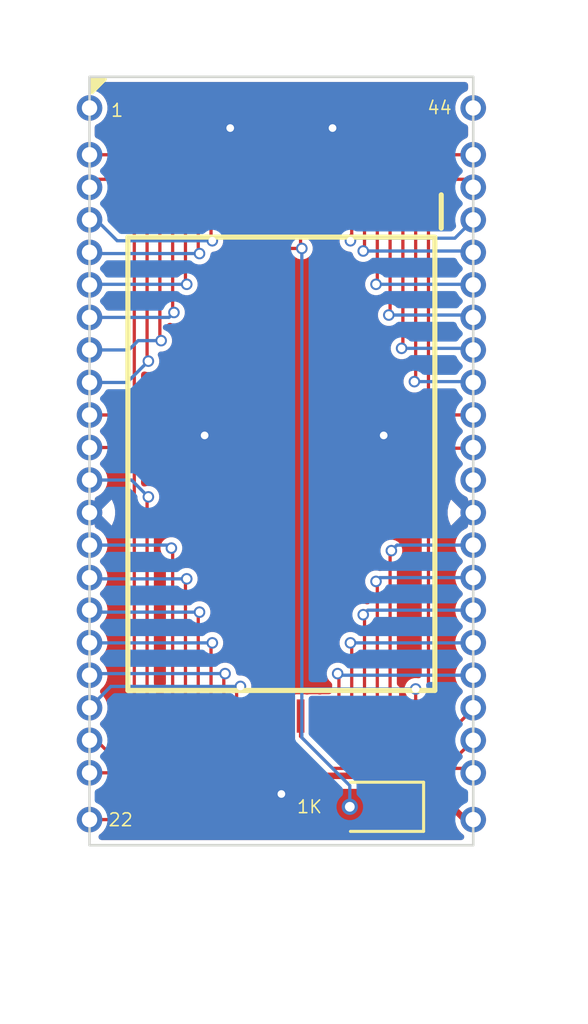
<source format=kicad_pcb>
(kicad_pcb (version 20241229) (generator "pcbnew") (generator_version "9.0")
  (title_block (title "XK-403 Maskrom TSOP48 Adapter") (date "2025-04-26"))
  (layers (0 "F.Cu" signal) (2 "B.Cu" signal) (13 "F.Paste" user) (15 "B.Paste" user) (5 "F.SilkS" user "F.Silkscreen") (7 "B.SilkS" user "B.Silkscreen") (1 "F.Mask" user) (3 "B.Mask" user) (25 "Edge.Cuts" user))
  (net 0 "")
  (net 2 "/A18")
  (net 3 "/A17")
  (net 4 "/A7")
  (net 5 "/A6")
  (net 6 "/A5")
  (net 7 "/A4")
  (net 8 "/A3")
  (net 9 "/A2")
  (net 10 "/A1")
  (net 11 "/A0")
  (net 12 "/OE")
  (net 13 "/A16")
  (net 14 "/A15")
  (net 16 "/CE")
  (net 17 "/BYTE")
  (net 18 "/GND")
  (net 19 "/VCC")
  (net 20 "/A14")
  (net 21 "/A13")
  (net 22 "/A12")
  (net 23 "/A11")
  (net 24 "/A10")
  (net 25 "/A9")
  (net 26 "/A8")
  (net 27 "/A19")
  (net 28 "/D0")
  (net 29 "/D8")
  (net 30 "/D1")
  (net 31 "/D9")
  (net 32 "/D2")
  (net 33 "/D10")
  (net 34 "/D3")
  (net 35 "/D11")
  (net 36 "/D4")
  (net 37 "/D12")
  (net 38 "/D5")
  (net 39 "/D13")
  (net 40 "/D6")
  (net 41 "/D14")
  (net 42 "/D7")
  (net 43 "/D15")
  (net 48 "Net-(IC2-BYTE#)")
  (footprint "LED_SMD:LED_0805_2012Metric_Pad1.15x1.40mm_HandSolder" (layer "F.Cu") (at 149.7 106.5 180)
    (property "Reference" "R1")
    (property "Value" "1K" (at 2.6 0 0) (layer "F.SilkS") (effects (font (size 0.5 0.5) (thickness 0.0625))))
    (fp_line (start 1 -0.96) (end -1.86 -0.96) (stroke (width 0.12)) (layer "F.SilkS"))
    (fp_line (start -1.86 0.96) (end 1 0.96) (stroke (width 0.12)) (layer "F.SilkS"))
    (fp_line (start -1.86 -0.96) (end -1.86 0.96) (stroke (width 0.12)) (layer "F.SilkS"))
    (pad "1" smd roundrect (at -1.025 0 180) (size 1.15 1.4) (layers "F.Cu" "F.Mask" "F.Paste") (roundrect_rratio 0.217391) (net 19 "/VCC"))
    (pad "2" smd roundrect (at 1.025 0 180) (size 1.15 1.4) (layers "F.Cu" "F.Mask" "F.Paste") (roundrect_rratio 0.217391) (net 48 "Net-(IC2-BYTE#)"))
  )
  (footprint "LOOPY_M29F160:SOP50P2000X120-48N" (layer "F.Cu") (at 146 93.1075 -90)
    (property "Reference" "IC2")
    (property "Value" "M29F160FB5AN6F2" (hide yes))
    (fp_line (start -8.85 6) (end -8.85 -6) (stroke (width 0.2)) (layer "F.SilkS"))
    (fp_line (start 8.85 6) (end -8.85 6) (stroke (width 0.2)) (layer "F.SilkS"))
    (fp_line (start -8.85 -6) (end 8.85 -6) (stroke (width 0.2)) (layer "F.SilkS"))
    (fp_line (start 8.85 -6) (end 8.85 6) (stroke (width 0.2)) (layer "F.SilkS"))
    (fp_line (start -10.5 -6.25) (end -9.2 -6.25) (stroke (width 0.2)) (layer "F.SilkS"))
    (pad "1" smd rect (at -9.85 -5.75) (size 0.3 1.3) (layers "F.Cu" "F.Mask" "F.Paste") (net 14 "/A15"))
    (pad "2" smd rect (at -9.85 -5.25) (size 0.3 1.3) (layers "F.Cu" "F.Mask" "F.Paste") (net 20 "/A14"))
    (pad "3" smd rect (at -9.85 -4.75) (size 0.3 1.3) (layers "F.Cu" "F.Mask" "F.Paste") (net 21 "/A13"))
    (pad "4" smd rect (at -9.85 -4.25) (size 0.3 1.3) (layers "F.Cu" "F.Mask" "F.Paste") (net 22 "/A12"))
    (pad "5" smd rect (at -9.85 -3.75) (size 0.3 1.3) (layers "F.Cu" "F.Mask" "F.Paste") (net 23 "/A11"))
    (pad "6" smd rect (at -9.85 -3.25) (size 0.3 1.3) (layers "F.Cu" "F.Mask" "F.Paste") (net 24 "/A10"))
    (pad "7" smd rect (at -9.85 -2.75) (size 0.3 1.3) (layers "F.Cu" "F.Mask" "F.Paste") (net 25 "/A9"))
    (pad "8" smd rect (at -9.85 -2.25) (size 0.3 1.3) (layers "F.Cu" "F.Mask" "F.Paste") (net 26 "/A8"))
    (pad "9" smd rect (at -9.85 -1.75) (size 0.3 1.3) (layers "F.Cu" "F.Mask" "F.Paste") (net 27 "/A19"))
    (pad "10" smd rect (at -9.85 -1.25) (size 0.3 1.3) (layers "F.Cu" "F.Mask" "F.Paste"))
    (pad "11" smd rect (at -9.85 -0.75) (size 0.3 1.3) (layers "F.Cu" "F.Mask" "F.Paste") (net 48 "Net-(IC2-BYTE#)"))
    (pad "12" smd rect (at -9.85 -0.25) (size 0.3 1.3) (layers "F.Cu" "F.Mask" "F.Paste") (net 48 "Net-(IC2-BYTE#)"))
    (pad "13" smd rect (at -9.85 0.25) (size 0.3 1.3) (layers "F.Cu" "F.Mask" "F.Paste"))
    (pad "14" smd rect (at -9.85 0.75) (size 0.3 1.3) (layers "F.Cu" "F.Mask" "F.Paste"))
    (pad "15" smd rect (at -9.85 1.25) (size 0.3 1.3) (layers "F.Cu" "F.Mask" "F.Paste"))
    (pad "16" smd rect (at -9.85 1.75) (size 0.3 1.3) (layers "F.Cu" "F.Mask" "F.Paste") (net 2 "/A18"))
    (pad "17" smd rect (at -9.85 2.25) (size 0.3 1.3) (layers "F.Cu" "F.Mask" "F.Paste") (net 3 "/A17"))
    (pad "18" smd rect (at -9.85 2.75) (size 0.3 1.3) (layers "F.Cu" "F.Mask" "F.Paste") (net 4 "/A7"))
    (pad "19" smd rect (at -9.85 3.25) (size 0.3 1.3) (layers "F.Cu" "F.Mask" "F.Paste") (net 5 "/A6"))
    (pad "20" smd rect (at -9.85 3.75) (size 0.3 1.3) (layers "F.Cu" "F.Mask" "F.Paste") (net 6 "/A5"))
    (pad "21" smd rect (at -9.85 4.25) (size 0.3 1.3) (layers "F.Cu" "F.Mask" "F.Paste") (net 7 "/A4"))
    (pad "22" smd rect (at -9.85 4.75) (size 0.3 1.3) (layers "F.Cu" "F.Mask" "F.Paste") (net 8 "/A3"))
    (pad "23" smd rect (at -9.85 5.25) (size 0.3 1.3) (layers "F.Cu" "F.Mask" "F.Paste") (net 9 "/A2"))
    (pad "24" smd rect (at -9.85 5.75) (size 0.3 1.3) (layers "F.Cu" "F.Mask" "F.Paste") (net 10 "/A1"))
    (pad "25" smd rect (at 9.85 5.75) (size 0.3 1.3) (layers "F.Cu" "F.Mask" "F.Paste") (net 11 "/A0"))
    (pad "26" smd rect (at 9.85 5.25) (size 0.3 1.3) (layers "F.Cu" "F.Mask" "F.Paste") (net 16 "/CE"))
    (pad "27" smd rect (at 9.85 4.75) (size 0.3 1.3) (layers "F.Cu" "F.Mask" "F.Paste") (net 18 "/GND"))
    (pad "28" smd rect (at 9.85 4.25) (size 0.3 1.3) (layers "F.Cu" "F.Mask" "F.Paste") (net 12 "/OE"))
    (pad "29" smd rect (at 9.85 3.75) (size 0.3 1.3) (layers "F.Cu" "F.Mask" "F.Paste") (net 28 "/D0"))
    (pad "30" smd rect (at 9.85 3.25) (size 0.3 1.3) (layers "F.Cu" "F.Mask" "F.Paste") (net 29 "/D8"))
    (pad "31" smd rect (at 9.85 2.75) (size 0.3 1.3) (layers "F.Cu" "F.Mask" "F.Paste") (net 30 "/D1"))
    (pad "32" smd rect (at 9.85 2.25) (size 0.3 1.3) (layers "F.Cu" "F.Mask" "F.Paste") (net 31 "/D9"))
    (pad "33" smd rect (at 9.85 1.75) (size 0.3 1.3) (layers "F.Cu" "F.Mask" "F.Paste") (net 32 "/D2"))
    (pad "34" smd rect (at 9.85 1.25) (size 0.3 1.3) (layers "F.Cu" "F.Mask" "F.Paste") (net 33 "/D10"))
    (pad "35" smd rect (at 9.85 0.75) (size 0.3 1.3) (layers "F.Cu" "F.Mask" "F.Paste") (net 34 "/D3"))
    (pad "36" smd rect (at 9.85 0.25) (size 0.3 1.3) (layers "F.Cu" "F.Mask" "F.Paste") (net 35 "/D11"))
    (pad "37" smd rect (at 9.85 -0.25) (size 0.3 1.3) (layers "F.Cu" "F.Mask" "F.Paste") (net 19 "/VCC"))
    (pad "38" smd rect (at 9.85 -0.75) (size 0.3 1.3) (layers "F.Cu" "F.Mask" "F.Paste") (net 36 "/D4"))
    (pad "39" smd rect (at 9.85 -1.25) (size 0.3 1.3) (layers "F.Cu" "F.Mask" "F.Paste") (net 37 "/D12"))
    (pad "40" smd rect (at 9.85 -1.75) (size 0.3 1.3) (layers "F.Cu" "F.Mask" "F.Paste") (net 38 "/D5"))
    (pad "41" smd rect (at 9.85 -2.25) (size 0.3 1.3) (layers "F.Cu" "F.Mask" "F.Paste") (net 39 "/D13"))
    (pad "42" smd rect (at 9.85 -2.75) (size 0.3 1.3) (layers "F.Cu" "F.Mask" "F.Paste") (net 40 "/D6"))
    (pad "43" smd rect (at 9.85 -3.25) (size 0.3 1.3) (layers "F.Cu" "F.Mask" "F.Paste") (net 41 "/D14"))
    (pad "44" smd rect (at 9.85 -3.75) (size 0.3 1.3) (layers "F.Cu" "F.Mask" "F.Paste") (net 42 "/D7"))
    (pad "45" smd rect (at 9.85 -4.25) (size 0.3 1.3) (layers "F.Cu" "F.Mask" "F.Paste") (net 43 "/D15"))
    (pad "46" smd rect (at 9.85 -4.75) (size 0.3 1.3) (layers "F.Cu" "F.Mask" "F.Paste") (net 18 "/GND"))
    (pad "47" smd rect (at 9.85 -5.25) (size 0.3 1.3) (layers "F.Cu" "F.Mask" "F.Paste") (net 48 "Net-(IC2-BYTE#)"))
    (pad "48" smd rect (at 9.85 -5.75) (size 0.3 1.3) (layers "F.Cu" "F.Mask" "F.Paste") (net 13 "/A16"))
  )
  (footprint "LOOPY_Cart:LOOPY-SOIC-44" (layer "F.Cu") (at 146 93.1075 -90)
    (property "Reference" "IC1")
    (property "Value" "Maskrom")
    (pad "1" thru_hole circle (at -13.8925 7.5 270) (size 1 1) (drill 0.6) (layers "*.Cu" "*.Mask"))
    (pad "2" thru_hole circle (at -12.065 7.5 270) (size 1 1) (drill 0.6) (layers "*.Cu" "*.Mask") (net 2 "/A18"))
    (pad "3" thru_hole circle (at -10.795 7.5 270) (size 1 1) (drill 0.6) (layers "*.Cu" "*.Mask") (net 3 "/A17"))
    (pad "4" thru_hole circle (at -9.525 7.5 270) (size 1 1) (drill 0.6) (layers "*.Cu" "*.Mask") (net 4 "/A7"))
    (pad "5" thru_hole circle (at -8.255 7.5 270) (size 1 1) (drill 0.6) (layers "*.Cu" "*.Mask") (net 5 "/A6"))
    (pad "6" thru_hole circle (at -6.985 7.5 270) (size 1 1) (drill 0.6) (layers "*.Cu" "*.Mask") (net 6 "/A5"))
    (pad "7" thru_hole circle (at -5.715 7.5 270) (size 1 1) (drill 0.6) (layers "*.Cu" "*.Mask") (net 7 "/A4"))
    (pad "8" thru_hole circle (at -4.445 7.5 270) (size 1 1) (drill 0.6) (layers "*.Cu" "*.Mask") (net 8 "/A3"))
    (pad "9" thru_hole circle (at -3.175 7.5 270) (size 1 1) (drill 0.6) (layers "*.Cu" "*.Mask") (net 9 "/A2"))
    (pad "10" thru_hole circle (at -1.905 7.5 270) (size 1 1) (drill 0.6) (layers "*.Cu" "*.Mask") (net 10 "/A1"))
    (pad "11" thru_hole circle (at -0.635 7.5 270) (size 1 1) (drill 0.6) (layers "*.Cu" "*.Mask") (net 11 "/A0"))
    (pad "12" thru_hole circle (at 0.635 7.5 270) (size 1 1) (drill 0.6) (layers "*.Cu" "*.Mask") (net 16 "/CE"))
    (pad "13" thru_hole circle (at 1.905 7.5 270) (size 1 1) (drill 0.6) (layers "*.Cu" "*.Mask") (net 18 "/GND"))
    (pad "14" thru_hole circle (at 3.175 7.5 270) (size 1 1) (drill 0.6) (layers "*.Cu" "*.Mask") (net 12 "/OE"))
    (pad "15" thru_hole circle (at 4.445 7.5 270) (size 1 1) (drill 0.6) (layers "*.Cu" "*.Mask") (net 28 "/D0"))
    (pad "16" thru_hole circle (at 5.715 7.5 270) (size 1 1) (drill 0.6) (layers "*.Cu" "*.Mask") (net 29 "/D8"))
    (pad "17" thru_hole circle (at 6.985 7.5 270) (size 1 1) (drill 0.6) (layers "*.Cu" "*.Mask") (net 30 "/D1"))
    (pad "18" thru_hole circle (at 8.255 7.5 270) (size 1 1) (drill 0.6) (layers "*.Cu" "*.Mask") (net 31 "/D9"))
    (pad "19" thru_hole circle (at 9.525 7.5 270) (size 1 1) (drill 0.6) (layers "*.Cu" "*.Mask") (net 32 "/D2"))
    (pad "20" thru_hole circle (at 10.795 7.5 270) (size 1 1) (drill 0.6) (layers "*.Cu" "*.Mask") (net 33 "/D10"))
    (pad "21" thru_hole circle (at 12.065 7.5 270) (size 1 1) (drill 0.6) (layers "*.Cu" "*.Mask") (net 34 "/D3"))
    (pad "22" thru_hole circle (at 13.8925 7.5 270) (size 1 1) (drill 0.6) (layers "*.Cu" "*.Mask") (net 35 "/D11"))
    (pad "23" thru_hole circle (at 13.8925 -7.5 270) (size 1 1) (drill 0.6) (layers "*.Cu" "*.Mask") (net 19 "/VCC"))
    (pad "24" thru_hole circle (at 12.065 -7.5 270) (size 1 1) (drill 0.6) (layers "*.Cu" "*.Mask") (net 36 "/D4"))
    (pad "25" thru_hole circle (at 10.795 -7.5 270) (size 1 1) (drill 0.6) (layers "*.Cu" "*.Mask") (net 37 "/D12"))
    (pad "26" thru_hole circle (at 9.525 -7.5 270) (size 1 1) (drill 0.6) (layers "*.Cu" "*.Mask") (net 38 "/D5"))
    (pad "27" thru_hole circle (at 8.255 -7.5 270) (size 1 1) (drill 0.6) (layers "*.Cu" "*.Mask") (net 39 "/D13"))
    (pad "28" thru_hole circle (at 6.985 -7.5 270) (size 1 1) (drill 0.6) (layers "*.Cu" "*.Mask") (net 40 "/D6"))
    (pad "29" thru_hole circle (at 5.715 -7.5 270) (size 1 1) (drill 0.6) (layers "*.Cu" "*.Mask") (net 41 "/D14"))
    (pad "30" thru_hole circle (at 4.445 -7.5 270) (size 1 1) (drill 0.6) (layers "*.Cu" "*.Mask") (net 42 "/D7"))
    (pad "31" thru_hole circle (at 3.175 -7.5 270) (size 1 1) (drill 0.6) (layers "*.Cu" "*.Mask") (net 43 "/D15"))
    (pad "32" thru_hole circle (at 1.905 -7.5 270) (size 1 1) (drill 0.6) (layers "*.Cu" "*.Mask") (net 18 "/GND"))
    (pad "33" thru_hole circle (at 0.635 -7.5 270) (size 1 1) (drill 0.6) (layers "*.Cu" "*.Mask") (net 17 "/BYTE"))
    (pad "34" thru_hole circle (at -0.635 -7.5 270) (size 1 1) (drill 0.6) (layers "*.Cu" "*.Mask") (net 13 "/A16"))
    (pad "35" thru_hole circle (at -1.905 -7.5 270) (size 1 1) (drill 0.6) (layers "*.Cu" "*.Mask") (net 14 "/A15"))
    (pad "36" thru_hole circle (at -3.175 -7.5 270) (size 1 1) (drill 0.6) (layers "*.Cu" "*.Mask") (net 20 "/A14"))
    (pad "37" thru_hole circle (at -4.445 -7.5 270) (size 1 1) (drill 0.6) (layers "*.Cu" "*.Mask") (net 21 "/A13"))
    (pad "38" thru_hole circle (at -5.715 -7.5 270) (size 1 1) (drill 0.6) (layers "*.Cu" "*.Mask") (net 22 "/A12"))
    (pad "39" thru_hole circle (at -6.985 -7.5 270) (size 1 1) (drill 0.6) (layers "*.Cu" "*.Mask") (net 23 "/A11"))
    (pad "40" thru_hole circle (at -8.255 -7.5 270) (size 1 1) (drill 0.6) (layers "*.Cu" "*.Mask") (net 24 "/A10"))
    (pad "41" thru_hole circle (at -9.525 -7.5 270) (size 1 1) (drill 0.6) (layers "*.Cu" "*.Mask") (net 25 "/A9"))
    (pad "42" thru_hole circle (at -10.795 -7.5 270) (size 1 1) (drill 0.6) (layers "*.Cu" "*.Mask") (net 26 "/A8"))
    (pad "43" thru_hole circle (at -12.065 -7.5 270) (size 1 1) (drill 0.6) (layers "*.Cu" "*.Mask") (net 27 "/A19"))
    (pad "44" thru_hole circle (at -13.8925 -7.5 270) (size 1 1) (drill 0.6) (layers "*.Cu" "*.Mask"))
  )
  (gr_poly (pts (xy 138.6 78.1) (xy 138.6 78.6) (xy 139.1 78.1)) (stroke (width 0.1524)) (fill yes) (layer "F.SilkS"))
  (gr_rect (start 138.5 78) (end 153.5 108) (stroke (width 0.1)) (fill no) (layer "Edge.Cuts"))
  (gr_text "22" (at 139.2 107.3 0) (layer "F.SilkS") (effects (font (size 0.5 0.5) (thickness 0.0625)) (justify left bottom)))
  (gr_text "44" (at 152.7 79.5 0) (layer "F.SilkS") (effects (font (size 0.5 0.5) (thickness 0.0625)) (justify right bottom)))
  (gr_text "1" (at 139.3 79.6 0) (layer "F.SilkS") (effects (font (size 0.5 0.5) (thickness 0.0625)) (justify left bottom)))
  (segment (start 144.25 82.4805) (end 142.812 81.0425) (width 0.127) (layer "F.Cu") (net 2))
  (segment (start 144.25 83.2575) (end 144.25 82.4805) (width 0.127) (layer "F.Cu") (net 2))
  (segment (start 142.812 81.0425) (end 138.7645 81.0425) (width 0.127) (layer "F.Cu") (net 2))
  (segment (start 138.8125 82) (end 138.7645 82.048) (width 0.127) (layer "F.Cu") (net 3))
  (segment (start 143.2695 82) (end 138.8125 82) (width 0.127) (layer "F.Cu") (net 3))
  (segment (start 143.75 82.4805) (end 143.2695 82) (width 0.127) (layer "F.Cu") (net 3))
  (segment (start 138.7645 82.048) (end 138.7645 82.3125) (width 0.127) (layer "F.Cu") (net 3))
  (segment (start 143.75 83.2575) (end 143.75 82.4805) (width 0.127) (layer "F.Cu") (net 3))
  (segment (start 143.25 84.35) (end 143.3 84.4) (width 0.127) (layer "F.Cu") (net 4))
  (segment (start 143.25 83.2575) (end 143.25 84.35) (width 0.127) (layer "F.Cu") (net 4))
  (via (at 143.3 84.4) (size 0.45) (drill 0.3) (layers "F.Cu" "B.Cu") (net 4))
  (segment (start 143.3 84.4) (end 139.582 84.4) (width 0.127) (layer "B.Cu") (net 4))
  (segment (start 139.582 84.4) (end 138.7645 83.5825) (width 0.127) (layer "B.Cu") (net 4))
  (segment (start 142.75 83.2575) (end 142.75 84.85) (width 0.127) (layer "F.Cu") (net 5))
  (segment (start 142.75 84.85) (end 142.8 84.9) (width 0.127) (layer "F.Cu") (net 5))
  (via (at 142.8 84.9) (size 0.45) (drill 0.3) (layers "F.Cu" "B.Cu") (net 5))
  (segment (start 138.7645 84.9) (end 138.7645 84.8525) (width 0.127) (layer "B.Cu") (net 5))
  (segment (start 142.8 84.9) (end 138.7645 84.9) (width 0.127) (layer "B.Cu") (net 5))
  (segment (start 142.25 83.2575) (end 142.25 86.05) (width 0.127) (layer "F.Cu") (net 6))
  (segment (start 142.25 86.05) (end 142.3 86.1) (width 0.127) (layer "F.Cu") (net 6))
  (via (at 142.3 86.1) (size 0.45) (drill 0.3) (layers "F.Cu" "B.Cu") (net 6))
  (segment (start 142.3 86.1) (end 138.7645 86.1) (width 0.127) (layer "B.Cu") (net 6))
  (segment (start 138.7645 86.1) (end 138.7645 86.1225) (width 0.127) (layer "B.Cu") (net 6))
  (segment (start 141.75 83.2575) (end 141.75 87.15) (width 0.127) (layer "F.Cu") (net 7))
  (segment (start 141.75 87.15) (end 141.8 87.2) (width 0.127) (layer "F.Cu") (net 7))
  (via (at 141.8 87.2) (size 0.45) (drill 0.3) (layers "F.Cu" "B.Cu") (net 7))
  (segment (start 141.8 87.2) (end 141.6075 87.3925) (width 0.127) (layer "B.Cu") (net 7))
  (segment (start 141.6075 87.3925) (end 138.7645 87.3925) (width 0.127) (layer "B.Cu") (net 7))
  (segment (start 141.25 83.2575) (end 141.25 88.25) (width 0.127) (layer "F.Cu") (net 8))
  (segment (start 141.25 88.25) (end 141.3 88.3) (width 0.127) (layer "F.Cu") (net 8))
  (via (at 141.3 88.3) (size 0.45) (drill 0.3) (layers "F.Cu" "B.Cu") (net 8))
  (segment (start 140.0375 88.6625) (end 138.7645 88.6625) (width 0.127) (layer "B.Cu") (net 8))
  (segment (start 140.4 88.3) (end 140.0375 88.6625) (width 0.127) (layer "B.Cu") (net 8))
  (segment (start 141.3 88.3) (end 140.4 88.3) (width 0.127) (layer "B.Cu") (net 8))
  (segment (start 140.75 83.2575) (end 140.75 89.05) (width 0.127) (layer "F.Cu") (net 9))
  (segment (start 140.75 89.05) (end 140.8 89.1) (width 0.127) (layer "F.Cu") (net 9))
  (via (at 140.8 89.1) (size 0.45) (drill 0.3) (layers "F.Cu" "B.Cu") (net 9))
  (segment (start 139.9675 89.9325) (end 138.7645 89.9325) (width 0.127) (layer "B.Cu") (net 9))
  (segment (start 140.8 89.1) (end 139.9675 89.9325) (width 0.127) (layer "B.Cu") (net 9))
  (segment (start 140.25 90.45) (end 139.4975 91.2025) (width 0.127) (layer "F.Cu") (net 10))
  (segment (start 140.25 83.2575) (end 140.25 90.45) (width 0.127) (layer "F.Cu") (net 10))
  (segment (start 139.4975 91.2025) (end 138.7645 91.2025) (width 0.127) (layer "F.Cu") (net 10))
  (segment (start 140.25 102.9575) (end 140.25 93.25) (width 0.127) (layer "F.Cu") (net 11))
  (segment (start 140.25 93.25) (end 139.4725 92.4725) (width 0.127) (layer "F.Cu") (net 11))
  (segment (start 139.4725 92.4725) (end 138.7645 92.4725) (width 0.127) (layer "F.Cu") (net 11))
  (segment (start 141.75 96.45) (end 141.7 96.4) (width 0.127) (layer "F.Cu") (net 12))
  (segment (start 141.75 102.9575) (end 141.75 96.45) (width 0.127) (layer "F.Cu") (net 12))
  (via (at 141.7 96.4) (size 0.45) (drill 0.3) (layers "F.Cu" "B.Cu") (net 12))
  (segment (start 141.5825 96.2825) (end 138.7645 96.2825) (width 0.127) (layer "B.Cu") (net 12))
  (segment (start 141.7 96.4) (end 141.5825 96.2825) (width 0.127) (layer "B.Cu") (net 12))
  (segment (start 151.75 93.35) (end 152.6 92.5) (width 0.127) (layer "F.Cu") (net 13))
  (segment (start 153.2355 92.5) (end 153.2355 92.4725) (width 0.127) (layer "F.Cu") (net 13))
  (segment (start 151.75 102.9575) (end 151.75 93.35) (width 0.127) (layer "F.Cu") (net 13))
  (segment (start 152.6 92.5) (end 153.2355 92.5) (width 0.127) (layer "F.Cu") (net 13))
  (segment (start 151.75 83.2575) (end 151.75 90.55) (width 0.127) (layer "F.Cu") (net 14))
  (segment (start 151.75 90.55) (end 152.4 91.2) (width 0.127) (layer "F.Cu") (net 14))
  (segment (start 153.2355 91.2) (end 153.2355 91.2025) (width 0.127) (layer "F.Cu") (net 14))
  (segment (start 152.4 91.2) (end 153.2355 91.2) (width 0.127) (layer "F.Cu") (net 14))
  (segment (start 140.75 94.45) (end 140.8 94.4) (width 0.127) (layer "F.Cu") (net 16))
  (segment (start 140.75 102.9575) (end 140.75 94.45) (width 0.127) (layer "F.Cu") (net 16))
  (via (at 140.8 94.4) (size 0.45) (drill 0.3) (layers "F.Cu" "B.Cu") (net 16))
  (segment (start 140.8 94.4) (end 140.1425 93.7425) (width 0.127) (layer "B.Cu") (net 16))
  (segment (start 140.1425 93.7425) (end 138.7645 93.7425) (width 0.127) (layer "B.Cu") (net 16))
  (segment (start 150.75 101.35) (end 150.7 101.3) (width 0.127) (layer "F.Cu") (net 18))
  (segment (start 150.75 102.9575) (end 150.75 101.35) (width 0.127) (layer "F.Cu") (net 18))
  (via (at 148 80) (size 0.45) (drill 0.3) (layers "F.Cu" "B.Cu") (net 18))
  (via (at 144 80) (size 0.45) (drill 0.3) (layers "F.Cu" "B.Cu") (net 18))
  (via (at 150 92) (size 0.45) (drill 0.3) (layers "F.Cu" "B.Cu") (net 18))
  (via (at 143 92) (size 0.45) (drill 0.3) (layers "F.Cu" "B.Cu") (net 18))
  (via (at 146 106) (size 0.45) (drill 0.3) (layers "F.Cu" "B.Cu") (net 18))
  (segment (start 146.25 103.8615) (end 146.25 102.9575) (width 0.254) (layer "F.Cu") (net 19))
  (segment (start 147.68 105.2915) (end 146.25 103.8615) (width 0.254) (layer "F.Cu") (net 19))
  (segment (start 152.672 106.5) (end 153.172 107) (width 0.254) (layer "F.Cu") (net 19))
  (segment (start 150.725 106.5) (end 149.5165 105.2915) (width 0.254) (layer "F.Cu") (net 19))
  (segment (start 149.5165 105.2915) (end 147.68 105.2915) (width 0.254) (layer "F.Cu") (net 19))
  (segment (start 150.725 106.5) (end 152.672 106.5) (width 0.254) (layer "F.Cu") (net 19))
  (segment (start 151.25 89.85) (end 151.2 89.9) (width 0.127) (layer "F.Cu") (net 20))
  (segment (start 151.25 83.2575) (end 151.25 89.85) (width 0.127) (layer "F.Cu") (net 20))
  (via (at 151.2 89.9) (size 0.45) (drill 0.3) (layers "F.Cu" "B.Cu") (net 20))
  (segment (start 153.2355 89.9) (end 153.2355 89.9325) (width 0.127) (layer "B.Cu") (net 20))
  (segment (start 151.2 89.9) (end 153.2355 89.9) (width 0.127) (layer "B.Cu") (net 20))
  (segment (start 150.75 88.55) (end 150.7 88.6) (width 0.127) (layer "F.Cu") (net 21))
  (segment (start 150.75 83.2575) (end 150.75 88.55) (width 0.127) (layer "F.Cu") (net 21))
  (via (at 150.7 88.6) (size 0.45) (drill 0.3) (layers "F.Cu" "B.Cu") (net 21))
  (segment (start 153.2355 88.6) (end 153.2355 88.6625) (width 0.127) (layer "B.Cu") (net 21))
  (segment (start 150.7 88.6) (end 153.2355 88.6) (width 0.127) (layer "B.Cu") (net 21))
  (segment (start 150.25 83.2575) (end 150.25 87.25) (width 0.127) (layer "F.Cu") (net 22))
  (segment (start 150.25 87.25) (end 150.2 87.3) (width 0.127) (layer "F.Cu") (net 22))
  (via (at 150.2 87.3) (size 0.45) (drill 0.3) (layers "F.Cu" "B.Cu") (net 22))
  (segment (start 153.2355 87.3) (end 153.2355 87.3925) (width 0.127) (layer "B.Cu") (net 22))
  (segment (start 150.2 87.3) (end 153.2355 87.3) (width 0.127) (layer "B.Cu") (net 22))
  (segment (start 149.75 83.2575) (end 149.75 86.05) (width 0.127) (layer "F.Cu") (net 23))
  (segment (start 149.75 86.05) (end 149.7 86.1) (width 0.127) (layer "F.Cu") (net 23))
  (via (at 149.7 86.1) (size 0.45) (drill 0.3) (layers "F.Cu" "B.Cu") (net 23))
  (segment (start 153.2355 86.1) (end 153.2355 86.1225) (width 0.127) (layer "B.Cu") (net 23))
  (segment (start 149.7 86.1) (end 153.2355 86.1) (width 0.127) (layer "B.Cu") (net 23))
  (segment (start 149.25 83.2575) (end 149.25 84.75) (width 0.127) (layer "F.Cu") (net 24))
  (segment (start 149.25 84.75) (end 149.2 84.8) (width 0.127) (layer "F.Cu") (net 24))
  (via (at 149.2 84.8) (size 0.45) (drill 0.3) (layers "F.Cu" "B.Cu") (net 24))
  (segment (start 153.2355 84.8) (end 153.2355 84.8525) (width 0.127) (layer "B.Cu") (net 24))
  (segment (start 149.2 84.8) (end 153.2355 84.8) (width 0.127) (layer "B.Cu") (net 24))
  (segment (start 148.75 84.15) (end 148.75 83.2575) (width 0.127) (layer "F.Cu") (net 25))
  (segment (start 148.7 84.4) (end 148.7 84.2) (width 0.127) (layer "F.Cu") (net 25))
  (segment (start 148.7 84.2) (end 148.75 84.15) (width 0.127) (layer "F.Cu") (net 25))
  (via (at 148.7 84.4) (size 0.45) (drill 0.3) (layers "F.Cu" "B.Cu") (net 25))
  (segment (start 148.8 84.3) (end 152.7825 84.3) (width 0.127) (layer "B.Cu") (net 25))
  (segment (start 153.2355 83.847) (end 153.2355 83.5825) (width 0.127) (layer "B.Cu") (net 25))
  (segment (start 148.7 84.4) (end 148.8 84.3) (width 0.127) (layer "B.Cu") (net 25))
  (segment (start 152.7825 84.3) (end 153.2355 83.847) (width 0.127) (layer "B.Cu") (net 25))
  (segment (start 153.1875 82) (end 153.2355 82.048) (width 0.127) (layer "F.Cu") (net 26))
  (segment (start 148.7305 82) (end 153.1875 82) (width 0.127) (layer "F.Cu") (net 26))
  (segment (start 153.2355 82.048) (end 153.2355 82.3125) (width 0.127) (layer "F.Cu") (net 26))
  (segment (start 148.25 83.2575) (end 148.25 82.4805) (width 0.127) (layer "F.Cu") (net 26))
  (segment (start 148.25 82.4805) (end 148.7305 82) (width 0.127) (layer "F.Cu") (net 26))
  (segment (start 147.75 83.2575) (end 147.75 82.4805) (width 0.127) (layer "F.Cu") (net 27))
  (segment (start 147.75 82.4805) (end 149.188 81.0425) (width 0.127) (layer "F.Cu") (net 27))
  (segment (start 149.188 81.0425) (end 153.2355 81.0425) (width 0.127) (layer "F.Cu") (net 27))
  (segment (start 142.25 97.65) (end 142.3 97.6) (width 0.127) (layer "F.Cu") (net 28))
  (segment (start 142.25 102.9575) (end 142.25 97.65) (width 0.127) (layer "F.Cu") (net 28))
  (via (at 142.3 97.6) (size 0.45) (drill 0.3) (layers "F.Cu" "B.Cu") (net 28))
  (segment (start 138.7645 97.6) (end 138.7645 97.5525) (width 0.127) (layer "B.Cu") (net 28))
  (segment (start 142.3 97.6) (end 138.7645 97.6) (width 0.127) (layer "B.Cu") (net 28))
  (segment (start 142.75 102.9575) (end 142.75 98.95) (width 0.127) (layer "F.Cu") (net 29))
  (segment (start 142.75 98.95) (end 142.8 98.9) (width 0.127) (layer "F.Cu") (net 29))
  (via (at 142.8 98.9) (size 0.45) (drill 0.3) (layers "F.Cu" "B.Cu") (net 29))
  (segment (start 138.7645 98.9) (end 138.7645 98.8225) (width 0.127) (layer "B.Cu") (net 29))
  (segment (start 142.8 98.9) (end 138.7645 98.9) (width 0.127) (layer "B.Cu") (net 29))
  (segment (start 143.25 100.15) (end 143.3 100.1) (width 0.127) (layer "F.Cu") (net 30))
  (segment (start 143.25 102.9575) (end 143.25 100.15) (width 0.127) (layer "F.Cu") (net 30))
  (via (at 143.3 100.1) (size 0.45) (drill 0.3) (layers "F.Cu" "B.Cu") (net 30))
  (segment (start 143.3 100.1) (end 138.7645 100.1) (width 0.127) (layer "B.Cu") (net 30))
  (segment (start 138.7645 100.1) (end 138.7645 100.0925) (width 0.127) (layer "B.Cu") (net 30))
  (segment (start 143.75 102.9575) (end 143.75 101.35) (width 0.127) (layer "F.Cu") (net 31))
  (segment (start 143.75 101.35) (end 143.8 101.3) (width 0.127) (layer "F.Cu") (net 31))
  (via (at 143.8 101.3) (size 0.45) (drill 0.3) (layers "F.Cu" "B.Cu") (net 31))
  (segment (start 138.7645 101.3) (end 138.7645 101.3625) (width 0.127) (layer "B.Cu") (net 31))
  (segment (start 143.8 101.3) (end 138.7645 101.3) (width 0.127) (layer "B.Cu") (net 31))
  (segment (start 144.25 102.9575) (end 144.25 101.95) (width 0.127) (layer "F.Cu") (net 32))
  (segment (start 144.25 101.95) (end 144.4 101.8) (width 0.127) (layer "F.Cu") (net 32))
  (via (at 144.4 101.8) (size 0.45) (drill 0.3) (layers "F.Cu" "B.Cu") (net 32))
  (segment (start 144.4 101.8) (end 139.3325 101.8) (width 0.127) (layer "B.Cu") (net 32))
  (segment (start 138.7645 102.368) (end 138.7645 102.6325) (width 0.127) (layer "B.Cu") (net 32))
  (segment (start 139.3325 101.8) (end 138.7645 102.368) (width 0.127) (layer "B.Cu") (net 32))
  (segment (start 143.8845 104.6) (end 139.462 104.6) (width 0.127) (layer "F.Cu") (net 33))
  (segment (start 144.75 102.9575) (end 144.75 103.7345) (width 0.127) (layer "F.Cu") (net 33))
  (segment (start 144.75 103.7345) (end 143.8845 104.6) (width 0.127) (layer "F.Cu") (net 33))
  (segment (start 139.462 104.6) (end 138.7645 103.9025) (width 0.127) (layer "F.Cu") (net 33))
  (segment (start 145.25 102.9575) (end 145.25 103.7345) (width 0.127) (layer "F.Cu") (net 34))
  (segment (start 145.25 103.7345) (end 143.812 105.1725) (width 0.127) (layer "F.Cu") (net 34))
  (segment (start 143.812 105.1725) (end 138.7645 105.1725) (width 0.127) (layer "F.Cu") (net 34))
  (segment (start 142.4845 107) (end 138.7645 107) (width 0.127) (layer "F.Cu") (net 35))
  (segment (start 145.75 102.9575) (end 145.75 103.7345) (width 0.127) (layer "F.Cu") (net 35))
  (segment (start 145.75 103.7345) (end 142.4845 107) (width 0.127) (layer "F.Cu") (net 35))
  (segment (start 146.75 102.9575) (end 146.75 103.75) (width 0.127) (layer "F.Cu") (net 36))
  (segment (start 153.063 105) (end 153.2355 105.1725) (width 0.127) (layer "F.Cu") (net 36))
  (segment (start 146.75 103.75) (end 148 105) (width 0.127) (layer "F.Cu") (net 36))
  (segment (start 148 105) (end 153.063 105) (width 0.127) (layer "F.Cu") (net 36))
  (segment (start 147.25 102.9575) (end 147.25 103.7345) (width 0.127) (layer "F.Cu") (net 37))
  (segment (start 148.2155 104.7) (end 152.7025 104.7) (width 0.127) (layer "F.Cu") (net 37))
  (segment (start 152.7025 104.7) (end 153.2355 104.167) (width 0.127) (layer "F.Cu") (net 37))
  (segment (start 153.2355 104.167) (end 153.2355 103.9025) (width 0.127) (layer "F.Cu") (net 37))
  (segment (start 147.25 103.7345) (end 148.2155 104.7) (width 0.127) (layer "F.Cu") (net 37))
  (segment (start 148.4875 104.472) (end 151.7 104.472) (width 0.127) (layer "F.Cu") (net 38))
  (segment (start 151.7 104.472) (end 153.2355 102.9365) (width 0.127) (layer "F.Cu") (net 38))
  (segment (start 147.75 102.9575) (end 147.75 103.7345) (width 0.127) (layer "F.Cu") (net 38))
  (segment (start 147.75 103.7345) (end 148.4875 104.472) (width 0.127) (layer "F.Cu") (net 38))
  (segment (start 153.2355 102.9365) (end 153.2355 102.6325) (width 0.127) (layer "F.Cu") (net 38))
  (segment (start 148.25 101.35) (end 148.2 101.3) (width 0.127) (layer "F.Cu") (net 39))
  (segment (start 148.25 102.9575) (end 148.25 101.35) (width 0.127) (layer "F.Cu") (net 39))
  (via (at 148.2 101.3) (size 0.45) (drill 0.3) (layers "F.Cu" "B.Cu") (net 39))
  (segment (start 148.2 101.3) (end 148.2625 101.3625) (width 0.127) (layer "B.Cu") (net 39))
  (segment (start 148.2625 101.3625) (end 153.2355 101.3625) (width 0.127) (layer "B.Cu") (net 39))
  (segment (start 148.75 102.9575) (end 148.75 100.15) (width 0.127) (layer "F.Cu") (net 40))
  (segment (start 148.75 100.15) (end 148.7 100.1) (width 0.127) (layer "F.Cu") (net 40))
  (via (at 148.7 100.1) (size 0.45) (drill 0.3) (layers "F.Cu" "B.Cu") (net 40))
  (segment (start 153.2355 100.1) (end 153.2355 100.0925) (width 0.127) (layer "B.Cu") (net 40))
  (segment (start 148.7 100.1) (end 153.2355 100.1) (width 0.127) (layer "B.Cu") (net 40))
  (segment (start 149.25 102.9575) (end 149.25 99.05) (width 0.127) (layer "F.Cu") (net 41))
  (segment (start 149.25 99.05) (end 149.2 99) (width 0.127) (layer "F.Cu") (net 41))
  (via (at 149.2 99) (size 0.45) (drill 0.3) (layers "F.Cu" "B.Cu") (net 41))
  (segment (start 149.3775 98.8225) (end 153.2355 98.8225) (width 0.127) (layer "B.Cu") (net 41))
  (segment (start 149.2 99) (end 149.3775 98.8225) (width 0.127) (layer "B.Cu") (net 41))
  (segment (start 149.75 102.9575) (end 149.75 97.75) (width 0.127) (layer "F.Cu") (net 42))
  (segment (start 149.75 97.75) (end 149.7 97.7) (width 0.127) (layer "F.Cu") (net 42))
  (via (at 149.7 97.7) (size 0.45) (drill 0.3) (layers "F.Cu" "B.Cu") (net 42))
  (segment (start 149.7 97.7) (end 149.8475 97.5525) (width 0.127) (layer "B.Cu") (net 42))
  (segment (start 149.8475 97.5525) (end 153.2355 97.5525) (width 0.127) (layer "B.Cu") (net 42))
  (segment (start 150.25 96.55) (end 150.3 96.5) (width 0.127) (layer "F.Cu") (net 43))
  (segment (start 150.25 102.9575) (end 150.25 96.55) (width 0.127) (layer "F.Cu") (net 43))
  (via (at 150.3 96.5) (size 0.45) (drill 0.3) (layers "F.Cu" "B.Cu") (net 43))
  (segment (start 150.5175 96.2825) (end 153.2355 96.2825) (width 0.127) (layer "B.Cu") (net 43))
  (segment (start 150.3 96.5) (end 150.5175 96.2825) (width 0.127) (layer "B.Cu") (net 43))
  (segment (start 146.75 84.65) (end 146.75 83.2575) (width 0.127) (layer "F.Cu") (net 48))
  (segment (start 146.25 84.65) (end 146.25 83.2575) (width 0.127) (layer "F.Cu") (net 48))
  (segment (start 146.3 84.7) (end 146.25 84.65) (width 0.127) (layer "F.Cu") (net 48))
  (segment (start 151.25 101.9) (end 151.25 102.9575) (width 0.127) (layer "F.Cu") (net 48))
  (segment (start 146.8 84.7) (end 146.3 84.7) (width 0.127) (layer "F.Cu") (net 48))
  (segment (start 146.8 84.7) (end 146.75 84.65) (width 0.127) (layer "F.Cu") (net 48))
  (via (at 148.675 106.5) (size 0.635) (drill 0.381) (layers "F.Cu" "B.Cu") (net 48))
  (via (at 146.8 84.7) (size 0.45) (drill 0.3) (layers "F.Cu" "B.Cu") (net 48))
  (via (at 151.25 101.9) (size 0.45) (drill 0.3) (layers "F.Cu" "B.Cu") (net 48))
  (segment (start 148.675 106.5) (end 148.675 105.675) (width 0.127) (layer "B.Cu") (net 48))
  (segment (start 146.8 101.9) (end 146.8 101.1) (width 0.127) (layer "B.Cu") (net 48))
  (segment (start 146.8 101.1) (end 146.8 84.7) (width 0.127) (layer "B.Cu") (net 48))
  (segment (start 151.25 101.9) (end 146.8 101.9) (width 0.127) (layer "B.Cu") (net 48))
  (segment (start 146.8 103.8) (end 146.8 101.9) (width 0.127) (layer "B.Cu") (net 48))
  (segment (start 148.675 105.675) (end 146.8 103.8) (width 0.127) (layer "B.Cu") (net 48))
  (zone (net 18) (net_name "/GND") (layers "F.Cu" "B.Cu") (connect_pads (clearance 0.5)) (min_thickness 0.25) (fill yes (thermal_gap 0.5) (thermal_bridge_width 0.5))
    (polygon (pts (xy 135 75) (xy 158 75) (xy 158 115) (xy 135 115)))
  )
)
</source>
